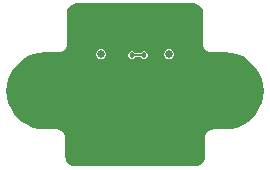
<source format=gbl>
G04*
G04 #@! TF.GenerationSoftware,Altium Limited,Altium Designer,21.9.2 (33)*
G04*
G04 Layer_Physical_Order=2*
G04 Layer_Color=16711680*
%FSLAX25Y25*%
%MOIN*%
G70*
G04*
G04 #@! TF.SameCoordinates,A1AEA960-78A4-4295-AD99-E4789AA04FEB*
G04*
G04*
G04 #@! TF.FilePolarity,Positive*
G04*
G01*
G75*
%ADD24C,0.00500*%
%ADD25C,0.02559*%
%ADD26O,0.03937X0.06299*%
%ADD27O,0.03937X0.08268*%
%ADD28C,0.01800*%
G36*
X19685Y31138D02*
X20465Y31035D01*
X21191Y30734D01*
X21815Y30256D01*
X22294Y29632D01*
X22595Y28905D01*
X22698Y28125D01*
X22704D01*
Y17748D01*
X22697D01*
X22796Y16999D01*
X23085Y16301D01*
X23545Y15702D01*
X24144Y15242D01*
X24842Y14953D01*
X25591Y14855D01*
Y14862D01*
X30000D01*
X30026Y14867D01*
X32013Y14711D01*
X33977Y14239D01*
X35842Y13466D01*
X37564Y12411D01*
X39100Y11100D01*
X40411Y9564D01*
X41467Y7842D01*
X42239Y5977D01*
X42711Y4013D01*
X42869Y2000D01*
X42711Y-13D01*
X42239Y-1977D01*
X41467Y-3842D01*
X40411Y-5564D01*
X39100Y-7100D01*
X37564Y-8411D01*
X35842Y-9466D01*
X33977Y-10239D01*
X32013Y-10711D01*
X30026Y-10867D01*
X30000Y-10862D01*
X26153D01*
Y-10855D01*
X25405Y-10953D01*
X24707Y-11242D01*
X24108Y-11702D01*
X23648Y-12301D01*
X23359Y-12999D01*
X23260Y-13748D01*
X23267D01*
Y-20001D01*
X23261D01*
X23158Y-20781D01*
X22857Y-21507D01*
X22378Y-22131D01*
X21754Y-22610D01*
X21028Y-22911D01*
X20248Y-23014D01*
Y-23020D01*
X-20248D01*
Y-23014D01*
X-21028Y-22911D01*
X-21754Y-22610D01*
X-22378Y-22131D01*
X-22857Y-21507D01*
X-23158Y-20781D01*
X-23261Y-20001D01*
X-23267D01*
Y-13748D01*
X-23260D01*
X-23359Y-12999D01*
X-23648Y-12301D01*
X-24108Y-11702D01*
X-24707Y-11242D01*
X-25405Y-10953D01*
X-26153Y-10855D01*
Y-10862D01*
X-30000D01*
X-30026Y-10867D01*
X-32013Y-10711D01*
X-33977Y-10239D01*
X-35842Y-9466D01*
X-37564Y-8411D01*
X-39100Y-7100D01*
X-40411Y-5564D01*
X-41467Y-3842D01*
X-42239Y-1977D01*
X-42711Y-13D01*
X-42869Y2000D01*
X-42711Y4013D01*
X-42239Y5977D01*
X-41467Y7842D01*
X-40411Y9564D01*
X-39100Y11100D01*
X-37564Y12411D01*
X-35842Y13466D01*
X-33977Y14239D01*
X-32013Y14711D01*
X-30026Y14867D01*
X-30000Y14862D01*
X-25591D01*
Y14855D01*
X-24842Y14953D01*
X-24144Y15242D01*
X-23545Y15702D01*
X-23085Y16301D01*
X-22796Y16999D01*
X-22697Y17748D01*
X-22704D01*
Y28125D01*
X-22698D01*
X-22595Y28905D01*
X-22294Y29632D01*
X-21815Y30256D01*
X-21191Y30734D01*
X-20465Y31035D01*
X-19685Y31138D01*
Y31145D01*
X19685D01*
Y31138D01*
D02*
G37*
%LPC*%
G36*
X3259Y15300D02*
X2741D01*
X2264Y15102D01*
X1898Y14736D01*
X1866Y14659D01*
X139D01*
X110Y14728D01*
X-256Y15094D01*
X-734Y15292D01*
X-1251D01*
X-1729Y15094D01*
X-2094Y14728D01*
X-2292Y14251D01*
Y13734D01*
X-2094Y13256D01*
X-1729Y12890D01*
X-1251Y12692D01*
X-734D01*
X-256Y12890D01*
X110Y13256D01*
X142Y13333D01*
X1869D01*
X1898Y13264D01*
X2264Y12898D01*
X2741Y12700D01*
X3259D01*
X3736Y12898D01*
X4102Y13264D01*
X4300Y13741D01*
Y14259D01*
X4102Y14736D01*
X3736Y15102D01*
X3259Y15300D01*
D02*
G37*
G36*
X11712Y15821D02*
X11044D01*
X10427Y15566D01*
X9954Y15093D01*
X9698Y14476D01*
Y13808D01*
X9954Y13190D01*
X10427Y12718D01*
X11044Y12462D01*
X11712D01*
X12329Y12718D01*
X12802Y13190D01*
X13058Y13808D01*
Y14476D01*
X12802Y15093D01*
X12329Y15566D01*
X11712Y15821D01*
D02*
G37*
G36*
X-11044D02*
X-11712D01*
X-12329Y15566D01*
X-12802Y15093D01*
X-13058Y14476D01*
Y13808D01*
X-12802Y13190D01*
X-12329Y12718D01*
X-11712Y12462D01*
X-11044D01*
X-10427Y12718D01*
X-9954Y13190D01*
X-9698Y13808D01*
Y14476D01*
X-9954Y15093D01*
X-10427Y15566D01*
X-11044Y15821D01*
D02*
G37*
%LPD*%
D24*
X-988Y13996D02*
X2996D01*
X3000Y14000D01*
X-992Y13992D02*
X-988Y13996D01*
D25*
X11378Y14142D02*
D03*
X-11378D02*
D03*
D26*
X-17028Y27921D02*
D03*
X17028D02*
D03*
D27*
X-17028Y12173D02*
D03*
X17028D02*
D03*
D28*
X3000Y14000D02*
D03*
X-992Y13992D02*
D03*
M02*

</source>
